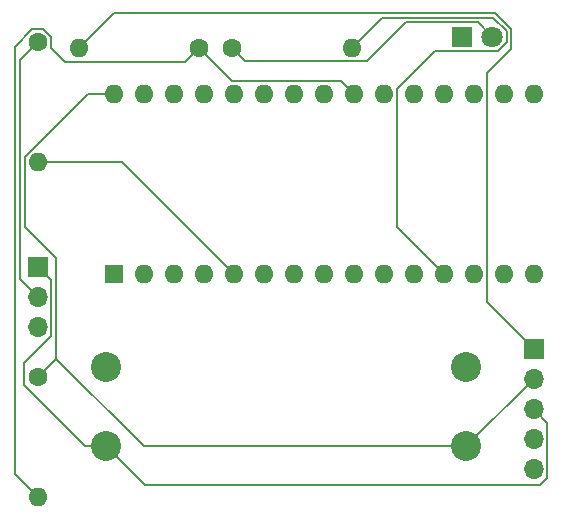
<source format=gtl>
G04 #@! TF.GenerationSoftware,KiCad,Pcbnew,9.0.0*
G04 #@! TF.CreationDate,2025-03-24T14:59:23-06:00*
G04 #@! TF.ProjectId,gc_2_n64,67635f32-5f6e-4363-942e-6b696361645f,rev?*
G04 #@! TF.SameCoordinates,Original*
G04 #@! TF.FileFunction,Copper,L1,Top*
G04 #@! TF.FilePolarity,Positive*
%FSLAX46Y46*%
G04 Gerber Fmt 4.6, Leading zero omitted, Abs format (unit mm)*
G04 Created by KiCad (PCBNEW 9.0.0) date 2025-03-24 14:59:23*
%MOMM*%
%LPD*%
G01*
G04 APERTURE LIST*
G04 #@! TA.AperFunction,ComponentPad*
%ADD10C,1.600000*%
G04 #@! TD*
G04 #@! TA.AperFunction,ComponentPad*
%ADD11O,1.600000X1.600000*%
G04 #@! TD*
G04 #@! TA.AperFunction,ComponentPad*
%ADD12R,1.600000X1.600000*%
G04 #@! TD*
G04 #@! TA.AperFunction,ComponentPad*
%ADD13C,2.540000*%
G04 #@! TD*
G04 #@! TA.AperFunction,ComponentPad*
%ADD14R,1.800000X1.800000*%
G04 #@! TD*
G04 #@! TA.AperFunction,ComponentPad*
%ADD15C,1.800000*%
G04 #@! TD*
G04 #@! TA.AperFunction,ComponentPad*
%ADD16R,1.700000X1.700000*%
G04 #@! TD*
G04 #@! TA.AperFunction,ComponentPad*
%ADD17O,1.700000X1.700000*%
G04 #@! TD*
G04 #@! TA.AperFunction,Conductor*
%ADD18C,0.200000*%
G04 #@! TD*
G04 APERTURE END LIST*
D10*
X92000000Y-125000000D03*
D11*
X92000000Y-135160000D03*
D10*
X92000000Y-153340000D03*
D11*
X92000000Y-163500000D03*
D12*
X98450000Y-144610000D03*
D11*
X100990000Y-144610000D03*
X103530000Y-144610000D03*
X106070000Y-144610000D03*
X108610000Y-144610000D03*
X111150000Y-144610000D03*
X113690000Y-144610000D03*
X116230000Y-144610000D03*
X118770000Y-144610000D03*
X121310000Y-144610000D03*
X123850000Y-144610000D03*
X126390000Y-144610000D03*
X128930000Y-144610000D03*
X131470000Y-144610000D03*
X134010000Y-144610000D03*
X134010000Y-129370000D03*
X131470000Y-129370000D03*
X128930000Y-129370000D03*
X126390000Y-129370000D03*
X123850000Y-129370000D03*
X121310000Y-129370000D03*
X118770000Y-129370000D03*
X116230000Y-129370000D03*
X113690000Y-129370000D03*
X111150000Y-129370000D03*
X108610000Y-129370000D03*
X106070000Y-129370000D03*
X103530000Y-129370000D03*
X100990000Y-129370000D03*
X98450000Y-129370000D03*
D13*
X97800000Y-159200000D03*
X97800000Y-152500000D03*
X128300000Y-159200000D03*
X128300000Y-152500000D03*
D10*
X105660000Y-125500000D03*
D11*
X95500000Y-125500000D03*
D14*
X127960000Y-124500000D03*
D15*
X130500000Y-124500000D03*
D16*
X92000000Y-144000000D03*
D17*
X92000000Y-146540000D03*
X92000000Y-149080000D03*
D16*
X134000000Y-150960000D03*
D17*
X134000000Y-153500000D03*
X134000000Y-156040000D03*
X134000000Y-158580000D03*
X134000000Y-161120000D03*
D10*
X108420000Y-125500000D03*
D11*
X118580000Y-125500000D03*
D18*
X92000000Y-125000000D02*
X90498000Y-126502000D01*
X93101000Y-125456050D02*
X93101000Y-124543950D01*
X92456050Y-123899000D02*
X91543950Y-123899000D01*
X91543950Y-123899000D02*
X90047000Y-125395950D01*
X93101000Y-124543950D02*
X92456050Y-123899000D01*
X122411000Y-140631000D02*
X122411000Y-128913950D01*
X126390000Y-144610000D02*
X122411000Y-140631000D01*
X131701000Y-124997471D02*
X131701000Y-124002529D01*
X131701000Y-124002529D02*
X130596471Y-122898000D01*
X130997471Y-125701000D02*
X131701000Y-124997471D01*
X121182000Y-122898000D02*
X118580000Y-125500000D01*
X125623950Y-125701000D02*
X130997471Y-125701000D01*
X130596471Y-122898000D02*
X121182000Y-122898000D01*
X122411000Y-128913950D02*
X125623950Y-125701000D01*
X99160000Y-135160000D02*
X108610000Y-144610000D01*
X92000000Y-135160000D02*
X99160000Y-135160000D01*
X105660000Y-125500000D02*
X108429000Y-128269000D01*
X108429000Y-128269000D02*
X117669000Y-128269000D01*
X90047000Y-125395950D02*
X90047000Y-161547000D01*
X104491900Y-126668100D02*
X94313050Y-126668100D01*
X117669000Y-128269000D02*
X118770000Y-129370000D01*
X105660000Y-125500000D02*
X104491900Y-126668100D01*
X94313050Y-126668100D02*
X93101000Y-125456050D01*
X90047000Y-161547000D02*
X92000000Y-163500000D01*
X90899000Y-134703950D02*
X90899000Y-140597000D01*
X128300000Y-159200000D02*
X100964000Y-159200000D01*
X100964000Y-159200000D02*
X93552000Y-151788000D01*
X93552000Y-143250000D02*
X93552000Y-151788000D01*
X96232950Y-129370000D02*
X90899000Y-134703950D01*
X93552000Y-151788000D02*
X92000000Y-153340000D01*
X98450000Y-129370000D02*
X96232950Y-129370000D01*
X90899000Y-140597000D02*
X93552000Y-143250000D01*
X128300000Y-159200000D02*
X134000000Y-153500000D01*
X134500000Y-162500000D02*
X135151000Y-161849000D01*
X93151000Y-145151000D02*
X92000000Y-144000000D01*
X90849000Y-154045051D02*
X90849000Y-152151000D01*
X96003949Y-159200000D02*
X90849000Y-154045051D01*
X97800000Y-159200000D02*
X101100000Y-162500000D01*
X90849000Y-152151000D02*
X93151000Y-149849000D01*
X135151000Y-161849000D02*
X135151000Y-157191000D01*
X93151000Y-149849000D02*
X93151000Y-145151000D01*
X135151000Y-157191000D02*
X134000000Y-156040000D01*
X101100000Y-162500000D02*
X134500000Y-162500000D01*
X97800000Y-159200000D02*
X96003949Y-159200000D01*
X119899000Y-126601000D02*
X123201000Y-123299000D01*
X129299000Y-123299000D02*
X130500000Y-124500000D01*
X123201000Y-123299000D02*
X129299000Y-123299000D01*
X108420000Y-125500000D02*
X109521000Y-126601000D01*
X109521000Y-126601000D02*
X119899000Y-126601000D01*
X132102000Y-125553050D02*
X130031000Y-127624050D01*
X95500000Y-125500000D02*
X98503000Y-122497000D01*
X130031000Y-146991000D02*
X134000000Y-150960000D01*
X98503000Y-122497000D02*
X130762571Y-122497000D01*
X130031000Y-127624050D02*
X130031000Y-146991000D01*
X130762571Y-122497000D02*
X132102000Y-123836429D01*
X132102000Y-123836429D02*
X132102000Y-125553050D01*
X90498000Y-145038000D02*
X92000000Y-146540000D01*
X90498000Y-126502000D02*
X90498000Y-145038000D01*
M02*

</source>
